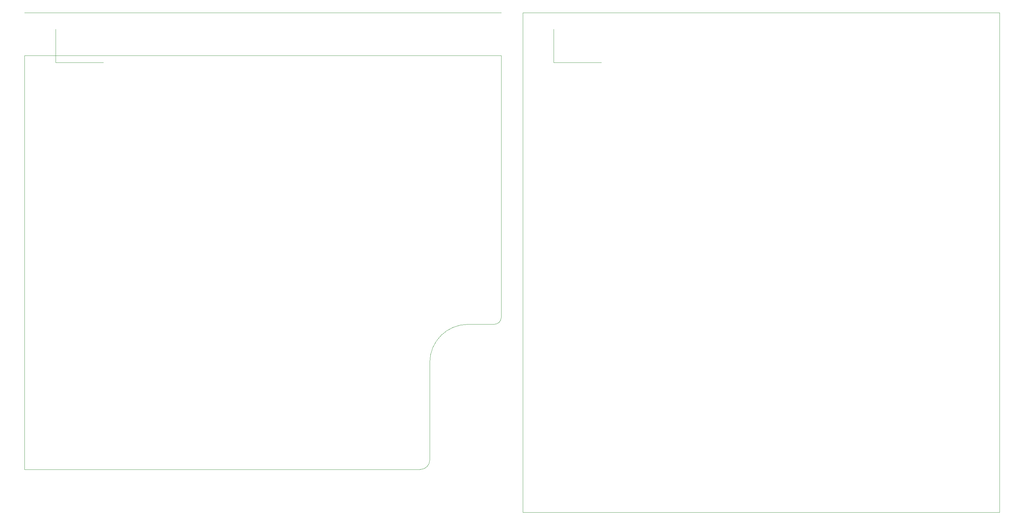
<source format=gm1>
G04 #@! TF.FileFunction,Profile,NP*
%FSLAX46Y46*%
G04 Gerber Fmt 4.6, Leading zero omitted, Abs format (unit mm)*
G04 Created by KiCad (PCBNEW (2015-10-14 BZR 6269)-product) date Tuesday, October 20, 2015 'PMt' 02:20:26 PM*
%MOMM*%
G01*
G04 APERTURE LIST*
%ADD10C,0.100000*%
G04 APERTURE END LIST*
D10*
X164465000Y-45085000D02*
X177165000Y-45085000D01*
X164465000Y-45085000D02*
X164465000Y-36195000D01*
X283210000Y-165100000D02*
X283210000Y-31750000D01*
X156210000Y-165100000D02*
X156210000Y-31750000D01*
X156210000Y-31750000D02*
X283210000Y-31750000D01*
X31750000Y-45085000D02*
X31750000Y-36195000D01*
X31750000Y-45085000D02*
X44450000Y-45085000D01*
X23495000Y-31750000D02*
X150495000Y-31750000D01*
X283210000Y-165100000D02*
X156210000Y-165100000D01*
X128905000Y-153670000D02*
G75*
G03X131445000Y-151130000I0J2540000D01*
G01*
X148590000Y-114935000D02*
G75*
G03X150495000Y-113030000I0J1905000D01*
G01*
X131445000Y-125095000D02*
X131445000Y-151130000D01*
X141605000Y-114935000D02*
G75*
G03X131445000Y-125095000I0J-10160000D01*
G01*
X141605000Y-114935000D02*
X148590000Y-114935000D01*
X23495000Y-43180000D02*
X150495000Y-43180000D01*
X23495000Y-153670000D02*
X23495000Y-43180000D01*
X128905000Y-153670000D02*
X23495000Y-153670000D01*
X150495000Y-43180000D02*
X150495000Y-113030000D01*
M02*

</source>
